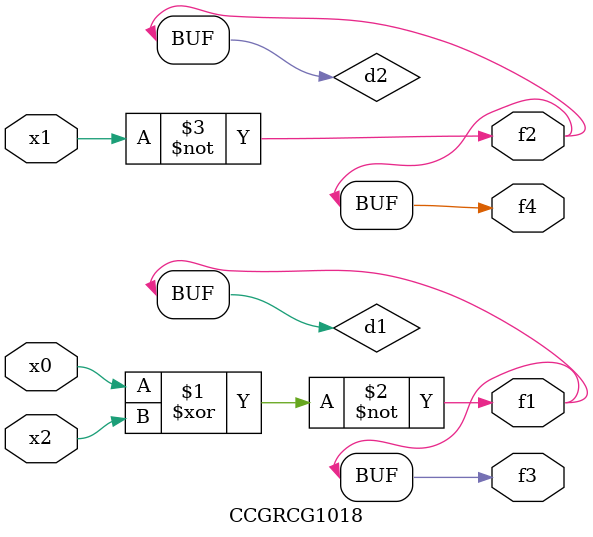
<source format=v>
module CCGRCG1018(
	input x0, x1, x2,
	output f1, f2, f3, f4
);

	wire d1, d2, d3;

	xnor (d1, x0, x2);
	nand (d2, x1);
	nor (d3, x1, x2);
	assign f1 = d1;
	assign f2 = d2;
	assign f3 = d1;
	assign f4 = d2;
endmodule

</source>
